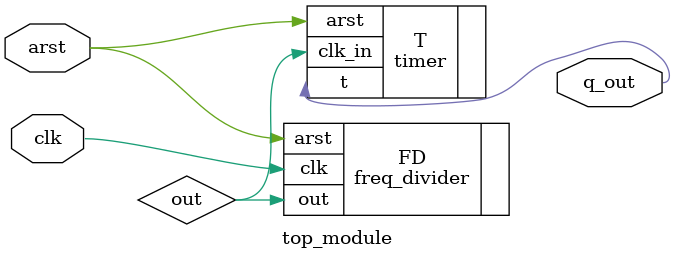
<source format=v>
`timescale 1ns / 1ps

module top_module(
    input clk, arst,
    output q_out
    );
  
    freq_divider FD(.clk(clk), .arst(arst), .out(out));
    timer T(.clk_in(out), .arst(arst),.t(q_out));
    
    
    
endmodule

</source>
